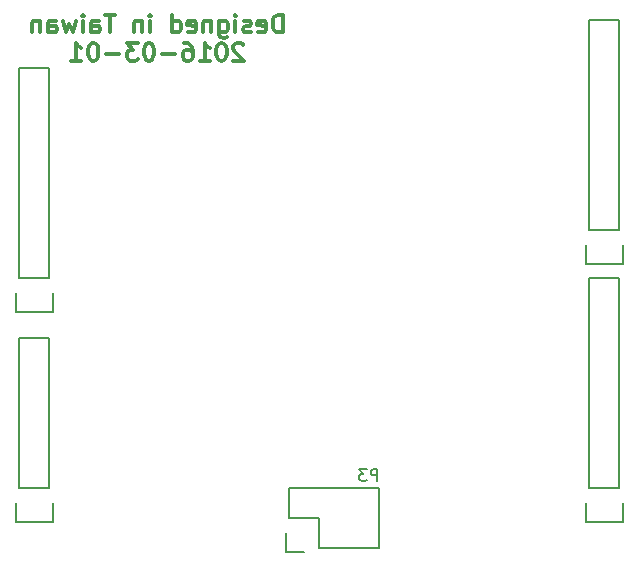
<source format=gbo>
G04 #@! TF.FileFunction,Legend,Bot*
%FSLAX46Y46*%
G04 Gerber Fmt 4.6, Leading zero omitted, Abs format (unit mm)*
G04 Created by KiCad (PCBNEW 4.0.2-stable) date Tue 01 Mar 2016 08:06:50 PM CST*
%MOMM*%
G01*
G04 APERTURE LIST*
%ADD10C,0.100000*%
%ADD11C,0.300000*%
%ADD12C,0.150000*%
G04 APERTURE END LIST*
D10*
D11*
X125161143Y-61728891D02*
X125161143Y-60228891D01*
X124804000Y-60228891D01*
X124589715Y-60300320D01*
X124446857Y-60443177D01*
X124375429Y-60586034D01*
X124304000Y-60871749D01*
X124304000Y-61086034D01*
X124375429Y-61371749D01*
X124446857Y-61514606D01*
X124589715Y-61657463D01*
X124804000Y-61728891D01*
X125161143Y-61728891D01*
X123089715Y-61657463D02*
X123232572Y-61728891D01*
X123518286Y-61728891D01*
X123661143Y-61657463D01*
X123732572Y-61514606D01*
X123732572Y-60943177D01*
X123661143Y-60800320D01*
X123518286Y-60728891D01*
X123232572Y-60728891D01*
X123089715Y-60800320D01*
X123018286Y-60943177D01*
X123018286Y-61086034D01*
X123732572Y-61228891D01*
X122446858Y-61657463D02*
X122304001Y-61728891D01*
X122018286Y-61728891D01*
X121875429Y-61657463D01*
X121804001Y-61514606D01*
X121804001Y-61443177D01*
X121875429Y-61300320D01*
X122018286Y-61228891D01*
X122232572Y-61228891D01*
X122375429Y-61157463D01*
X122446858Y-61014606D01*
X122446858Y-60943177D01*
X122375429Y-60800320D01*
X122232572Y-60728891D01*
X122018286Y-60728891D01*
X121875429Y-60800320D01*
X121161143Y-61728891D02*
X121161143Y-60728891D01*
X121161143Y-60228891D02*
X121232572Y-60300320D01*
X121161143Y-60371749D01*
X121089715Y-60300320D01*
X121161143Y-60228891D01*
X121161143Y-60371749D01*
X119804000Y-60728891D02*
X119804000Y-61943177D01*
X119875429Y-62086034D01*
X119946857Y-62157463D01*
X120089714Y-62228891D01*
X120304000Y-62228891D01*
X120446857Y-62157463D01*
X119804000Y-61657463D02*
X119946857Y-61728891D01*
X120232571Y-61728891D01*
X120375429Y-61657463D01*
X120446857Y-61586034D01*
X120518286Y-61443177D01*
X120518286Y-61014606D01*
X120446857Y-60871749D01*
X120375429Y-60800320D01*
X120232571Y-60728891D01*
X119946857Y-60728891D01*
X119804000Y-60800320D01*
X119089714Y-60728891D02*
X119089714Y-61728891D01*
X119089714Y-60871749D02*
X119018286Y-60800320D01*
X118875428Y-60728891D01*
X118661143Y-60728891D01*
X118518286Y-60800320D01*
X118446857Y-60943177D01*
X118446857Y-61728891D01*
X117161143Y-61657463D02*
X117304000Y-61728891D01*
X117589714Y-61728891D01*
X117732571Y-61657463D01*
X117804000Y-61514606D01*
X117804000Y-60943177D01*
X117732571Y-60800320D01*
X117589714Y-60728891D01*
X117304000Y-60728891D01*
X117161143Y-60800320D01*
X117089714Y-60943177D01*
X117089714Y-61086034D01*
X117804000Y-61228891D01*
X115804000Y-61728891D02*
X115804000Y-60228891D01*
X115804000Y-61657463D02*
X115946857Y-61728891D01*
X116232571Y-61728891D01*
X116375429Y-61657463D01*
X116446857Y-61586034D01*
X116518286Y-61443177D01*
X116518286Y-61014606D01*
X116446857Y-60871749D01*
X116375429Y-60800320D01*
X116232571Y-60728891D01*
X115946857Y-60728891D01*
X115804000Y-60800320D01*
X113946857Y-61728891D02*
X113946857Y-60728891D01*
X113946857Y-60228891D02*
X114018286Y-60300320D01*
X113946857Y-60371749D01*
X113875429Y-60300320D01*
X113946857Y-60228891D01*
X113946857Y-60371749D01*
X113232571Y-60728891D02*
X113232571Y-61728891D01*
X113232571Y-60871749D02*
X113161143Y-60800320D01*
X113018285Y-60728891D01*
X112804000Y-60728891D01*
X112661143Y-60800320D01*
X112589714Y-60943177D01*
X112589714Y-61728891D01*
X110946857Y-60228891D02*
X110089714Y-60228891D01*
X110518285Y-61728891D02*
X110518285Y-60228891D01*
X108946857Y-61728891D02*
X108946857Y-60943177D01*
X109018286Y-60800320D01*
X109161143Y-60728891D01*
X109446857Y-60728891D01*
X109589714Y-60800320D01*
X108946857Y-61657463D02*
X109089714Y-61728891D01*
X109446857Y-61728891D01*
X109589714Y-61657463D01*
X109661143Y-61514606D01*
X109661143Y-61371749D01*
X109589714Y-61228891D01*
X109446857Y-61157463D01*
X109089714Y-61157463D01*
X108946857Y-61086034D01*
X108232571Y-61728891D02*
X108232571Y-60728891D01*
X108232571Y-60228891D02*
X108304000Y-60300320D01*
X108232571Y-60371749D01*
X108161143Y-60300320D01*
X108232571Y-60228891D01*
X108232571Y-60371749D01*
X107661142Y-60728891D02*
X107375428Y-61728891D01*
X107089714Y-61014606D01*
X106803999Y-61728891D01*
X106518285Y-60728891D01*
X105303999Y-61728891D02*
X105303999Y-60943177D01*
X105375428Y-60800320D01*
X105518285Y-60728891D01*
X105803999Y-60728891D01*
X105946856Y-60800320D01*
X105303999Y-61657463D02*
X105446856Y-61728891D01*
X105803999Y-61728891D01*
X105946856Y-61657463D01*
X106018285Y-61514606D01*
X106018285Y-61371749D01*
X105946856Y-61228891D01*
X105803999Y-61157463D01*
X105446856Y-61157463D01*
X105303999Y-61086034D01*
X104589713Y-60728891D02*
X104589713Y-61728891D01*
X104589713Y-60871749D02*
X104518285Y-60800320D01*
X104375427Y-60728891D01*
X104161142Y-60728891D01*
X104018285Y-60800320D01*
X103946856Y-60943177D01*
X103946856Y-61728891D01*
X121839713Y-62771749D02*
X121768284Y-62700320D01*
X121625427Y-62628891D01*
X121268284Y-62628891D01*
X121125427Y-62700320D01*
X121053998Y-62771749D01*
X120982570Y-62914606D01*
X120982570Y-63057463D01*
X121053998Y-63271749D01*
X121911141Y-64128891D01*
X120982570Y-64128891D01*
X120053999Y-62628891D02*
X119911142Y-62628891D01*
X119768285Y-62700320D01*
X119696856Y-62771749D01*
X119625427Y-62914606D01*
X119553999Y-63200320D01*
X119553999Y-63557463D01*
X119625427Y-63843177D01*
X119696856Y-63986034D01*
X119768285Y-64057463D01*
X119911142Y-64128891D01*
X120053999Y-64128891D01*
X120196856Y-64057463D01*
X120268285Y-63986034D01*
X120339713Y-63843177D01*
X120411142Y-63557463D01*
X120411142Y-63200320D01*
X120339713Y-62914606D01*
X120268285Y-62771749D01*
X120196856Y-62700320D01*
X120053999Y-62628891D01*
X118125428Y-64128891D02*
X118982571Y-64128891D01*
X118553999Y-64128891D02*
X118553999Y-62628891D01*
X118696856Y-62843177D01*
X118839714Y-62986034D01*
X118982571Y-63057463D01*
X116839714Y-62628891D02*
X117125428Y-62628891D01*
X117268285Y-62700320D01*
X117339714Y-62771749D01*
X117482571Y-62986034D01*
X117554000Y-63271749D01*
X117554000Y-63843177D01*
X117482571Y-63986034D01*
X117411143Y-64057463D01*
X117268285Y-64128891D01*
X116982571Y-64128891D01*
X116839714Y-64057463D01*
X116768285Y-63986034D01*
X116696857Y-63843177D01*
X116696857Y-63486034D01*
X116768285Y-63343177D01*
X116839714Y-63271749D01*
X116982571Y-63200320D01*
X117268285Y-63200320D01*
X117411143Y-63271749D01*
X117482571Y-63343177D01*
X117554000Y-63486034D01*
X116054000Y-63557463D02*
X114911143Y-63557463D01*
X113911143Y-62628891D02*
X113768286Y-62628891D01*
X113625429Y-62700320D01*
X113554000Y-62771749D01*
X113482571Y-62914606D01*
X113411143Y-63200320D01*
X113411143Y-63557463D01*
X113482571Y-63843177D01*
X113554000Y-63986034D01*
X113625429Y-64057463D01*
X113768286Y-64128891D01*
X113911143Y-64128891D01*
X114054000Y-64057463D01*
X114125429Y-63986034D01*
X114196857Y-63843177D01*
X114268286Y-63557463D01*
X114268286Y-63200320D01*
X114196857Y-62914606D01*
X114125429Y-62771749D01*
X114054000Y-62700320D01*
X113911143Y-62628891D01*
X112911143Y-62628891D02*
X111982572Y-62628891D01*
X112482572Y-63200320D01*
X112268286Y-63200320D01*
X112125429Y-63271749D01*
X112054000Y-63343177D01*
X111982572Y-63486034D01*
X111982572Y-63843177D01*
X112054000Y-63986034D01*
X112125429Y-64057463D01*
X112268286Y-64128891D01*
X112696858Y-64128891D01*
X112839715Y-64057463D01*
X112911143Y-63986034D01*
X111339715Y-63557463D02*
X110196858Y-63557463D01*
X109196858Y-62628891D02*
X109054001Y-62628891D01*
X108911144Y-62700320D01*
X108839715Y-62771749D01*
X108768286Y-62914606D01*
X108696858Y-63200320D01*
X108696858Y-63557463D01*
X108768286Y-63843177D01*
X108839715Y-63986034D01*
X108911144Y-64057463D01*
X109054001Y-64128891D01*
X109196858Y-64128891D01*
X109339715Y-64057463D01*
X109411144Y-63986034D01*
X109482572Y-63843177D01*
X109554001Y-63557463D01*
X109554001Y-63200320D01*
X109482572Y-62914606D01*
X109411144Y-62771749D01*
X109339715Y-62700320D01*
X109196858Y-62628891D01*
X107268287Y-64128891D02*
X108125430Y-64128891D01*
X107696858Y-64128891D02*
X107696858Y-62628891D01*
X107839715Y-62843177D01*
X107982573Y-62986034D01*
X108125430Y-63057463D01*
D12*
X105410000Y-82550000D02*
X105410000Y-64770000D01*
X105410000Y-64770000D02*
X102870000Y-64770000D01*
X102870000Y-64770000D02*
X102870000Y-82550000D01*
X105690000Y-85370000D02*
X105690000Y-83820000D01*
X105410000Y-82550000D02*
X102870000Y-82550000D01*
X102590000Y-83820000D02*
X102590000Y-85370000D01*
X102590000Y-85370000D02*
X105690000Y-85370000D01*
X105410000Y-100330000D02*
X105410000Y-87630000D01*
X105410000Y-87630000D02*
X102870000Y-87630000D01*
X102870000Y-87630000D02*
X102870000Y-100330000D01*
X105690000Y-103150000D02*
X105690000Y-101600000D01*
X105410000Y-100330000D02*
X102870000Y-100330000D01*
X102590000Y-101600000D02*
X102590000Y-103150000D01*
X102590000Y-103150000D02*
X105690000Y-103150000D01*
X133350000Y-105410000D02*
X128270000Y-105410000D01*
X125450000Y-105690000D02*
X127000000Y-105690000D01*
X125730000Y-102870000D02*
X128270000Y-102870000D01*
X128270000Y-102870000D02*
X128270000Y-105410000D01*
X133350000Y-105410000D02*
X133350000Y-100330000D01*
X133350000Y-100330000D02*
X128270000Y-100330000D01*
X125450000Y-105690000D02*
X125450000Y-104140000D01*
X125730000Y-100330000D02*
X125730000Y-102870000D01*
X128270000Y-100330000D02*
X125730000Y-100330000D01*
X153670000Y-78486000D02*
X153670000Y-60706000D01*
X153670000Y-60706000D02*
X151130000Y-60706000D01*
X151130000Y-60706000D02*
X151130000Y-78486000D01*
X153950000Y-81306000D02*
X153950000Y-79756000D01*
X153670000Y-78486000D02*
X151130000Y-78486000D01*
X150850000Y-79756000D02*
X150850000Y-81306000D01*
X150850000Y-81306000D02*
X153950000Y-81306000D01*
X153670000Y-100330000D02*
X153670000Y-82550000D01*
X153670000Y-82550000D02*
X151130000Y-82550000D01*
X151130000Y-82550000D02*
X151130000Y-100330000D01*
X153950000Y-103150000D02*
X153950000Y-101600000D01*
X153670000Y-100330000D02*
X151130000Y-100330000D01*
X150850000Y-101600000D02*
X150850000Y-103150000D01*
X150850000Y-103150000D02*
X153950000Y-103150000D01*
X133173695Y-99695261D02*
X133173695Y-98695261D01*
X132792742Y-98695261D01*
X132697504Y-98742880D01*
X132649885Y-98790499D01*
X132602266Y-98885737D01*
X132602266Y-99028594D01*
X132649885Y-99123832D01*
X132697504Y-99171451D01*
X132792742Y-99219070D01*
X133173695Y-99219070D01*
X132268933Y-98695261D02*
X131649885Y-98695261D01*
X131983219Y-99076213D01*
X131840361Y-99076213D01*
X131745123Y-99123832D01*
X131697504Y-99171451D01*
X131649885Y-99266690D01*
X131649885Y-99504785D01*
X131697504Y-99600023D01*
X131745123Y-99647642D01*
X131840361Y-99695261D01*
X132126076Y-99695261D01*
X132221314Y-99647642D01*
X132268933Y-99600023D01*
M02*

</source>
